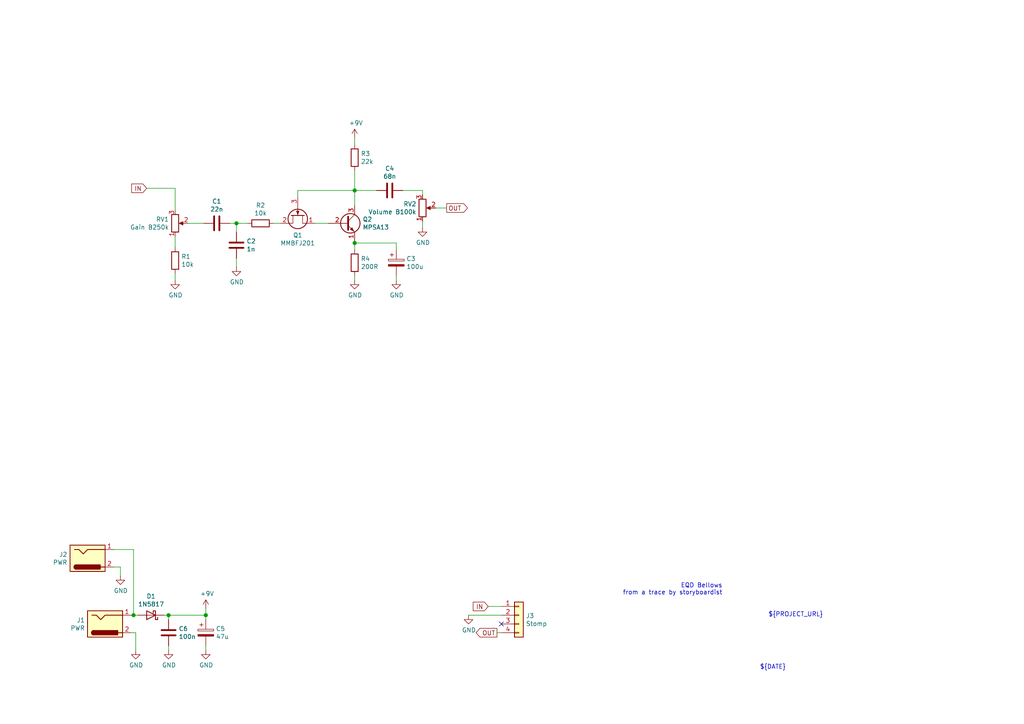
<source format=kicad_sch>
(kicad_sch (version 20200714) (host eeschema "(5.99.0-2514-g93e326803)")
  (page 0 1)
  (paper "A4")
  (lib_symbols
    (symbol "Connector_Generic:Conn_01x04" (pin_names hide)
      (property "Reference" "J" (at 0 5.08 0))
      (property "Value" "Conn_01x04" (at 0 -7.62 0))
      (symbol "Conn_01x04_1_1"
        (rectangle (start -1.27 -4.953) (end 0 -5.207) (stroke (width 0.1524)))
        (rectangle (start -1.27 -2.413) (end 0 -2.667) (stroke (width 0.1524)))
        (rectangle (start -1.27 2.667) (end 0 2.413) (stroke (width 0.1524)))
        (rectangle (start -1.27 3.81) (end 1.27 -6.35) (stroke (width 0.254)) (fill (type background)))
        (rectangle (start -1.27 0.127) (end 0 -0.127) (stroke (width 0.1524)))
        (pin passive line (at -5.08 2.54 0) (length 3.81) (name "Pin_1") (number "1"))
        (pin passive line (at -5.08 0 0) (length 3.81) (name "Pin_2") (number "2"))
        (pin passive line (at -5.08 -2.54 0) (length 3.81) (name "Pin_3") (number "3"))
        (pin passive line (at -5.08 -5.08 0) (length 3.81) (name "Pin_4") (number "4"))
      )
    )
    (symbol "Device:C" (pin_numbers hide) (pin_names (offset 0.254))
      (property "Reference" "C" (at 0.635 2.54 0))
      (property "Value" "C" (at 0.635 -2.54 0))
      (symbol "C_0_1"
        (polyline (pts (xy -2.032 -0.762) (xy 2.032 -0.762)) (stroke (width 0.508)))
        (polyline (pts (xy -2.032 0.762) (xy 2.032 0.762)) (stroke (width 0.508)))
      )
      (symbol "C_1_1"
        (pin passive line (at 0 3.81 270) (length 2.794) (name "~") (number "1"))
        (pin passive line (at 0 -3.81 90) (length 2.794) (name "~") (number "2"))
      )
    )
    (symbol "Device:CP" (pin_numbers hide) (pin_names (offset 0.254))
      (property "Reference" "C" (at 0.635 2.54 0))
      (property "Value" "CP" (at 0.635 -2.54 0))
      (symbol "CP_0_1"
        (rectangle (start -2.286 0.508) (end 2.286 1.016))
        (rectangle (start 2.286 -0.508) (end -2.286 -1.016) (fill (type outline)))
        (polyline (pts (xy -1.778 2.286) (xy -0.762 2.286)))
        (polyline (pts (xy -1.27 2.794) (xy -1.27 1.778)))
      )
      (symbol "CP_1_1"
        (pin passive line (at 0 3.81 270) (length 2.794) (name "~") (number "1"))
        (pin passive line (at 0 -3.81 90) (length 2.794) (name "~") (number "2"))
      )
    )
    (symbol "Device:R" (pin_numbers hide) (pin_names (offset 0))
      (property "Reference" "R" (at 2.032 0 90))
      (property "Value" "R" (at 0 0 90))
      (symbol "R_0_1"
        (rectangle (start -1.016 -2.54) (end 1.016 2.54) (stroke (width 0.254)))
      )
      (symbol "R_1_1"
        (pin passive line (at 0 3.81 270) (length 1.27) (name "~") (number "1"))
        (pin passive line (at 0 -3.81 90) (length 1.27) (name "~") (number "2"))
      )
    )
    (symbol "Device:R_POT" (pin_names hide)
      (property "Reference" "RV" (at -4.445 0 90))
      (property "Value" "R_POT" (at -2.54 0 90))
      (symbol "R_POT_0_1"
        (rectangle (start 1.016 2.54) (end -1.016 -2.54) (stroke (width 0.254)))
        (polyline (pts (xy 2.54 0) (xy 1.524 0)))
        (polyline (pts (xy 1.143 0) (xy 2.286 0.508) (xy 2.286 -0.508) (xy 1.143 0)) (fill (type outline)))
      )
      (symbol "R_POT_1_1"
        (pin passive line (at 0 3.81 270) (length 1.27) (name "1") (number "1"))
        (pin passive line (at 3.81 0 180) (length 1.27) (name "2") (number "2"))
        (pin passive line (at 0 -3.81 90) (length 1.27) (name "3") (number "3"))
      )
    )
    (symbol "Diode:1N5817" (pin_numbers hide) (pin_names hide)
      (property "Reference" "D" (at 0 2.54 0))
      (property "Value" "1N5817" (at 0 -2.54 0))
      (symbol "1N5817_0_1"
        (polyline (pts (xy 1.27 0) (xy -1.27 0)))
        (polyline (pts (xy 1.27 1.27) (xy 1.27 -1.27) (xy -1.27 0) (xy 1.27 1.27)) (stroke (width 0.254)))
        (polyline (pts (xy -1.905 0.635) (xy -1.905 1.27) (xy -1.27 1.27) (xy -1.27 -1.27) (xy -0.635 -1.27) (xy -0.635 -0.635)) (stroke (width 0.254)))
      )
      (symbol "1N5817_1_1"
        (pin passive line (at -3.81 0 0) (length 2.54) (name "K") (number "1"))
        (pin passive line (at 3.81 0 180) (length 2.54) (name "A") (number "2"))
      )
    )
    (symbol "Transistor_BJT:MPSA42" (pin_names hide)
      (property "Reference" "Q" (at 5.08 1.905 0))
      (property "Value" "MPSA42" (at 5.08 0 0))
      (symbol "MPSA42_0_1"
        (circle (center 1.27 0) (radius 2.8194) (stroke (width 0.254)))
        (polyline (pts (xy 0 0) (xy 0.635 0)))
        (polyline (pts (xy 0.635 0.635) (xy 2.54 2.54)))
        (polyline (pts (xy 0.635 -0.635) (xy 2.54 -2.54) (xy 2.54 -2.54)))
        (polyline (pts (xy 0.635 1.905) (xy 0.635 -1.905) (xy 0.635 -1.905)) (stroke (width 0.508)))
        (polyline (pts (xy 1.27 -1.778) (xy 1.778 -1.27) (xy 2.286 -2.286) (xy 1.27 -1.778) (xy 1.27 -1.778)) (fill (type outline)))
      )
      (symbol "MPSA42_1_1"
        (pin passive line (at 2.54 -5.08 90) (length 2.54) (name "E") (number "1"))
        (pin input line (at -5.08 0 0) (length 5.08) (name "B") (number "2"))
        (pin passive line (at 2.54 5.08 270) (length 2.54) (name "C") (number "3"))
      )
    )
    (symbol "power:+9V" (power) (pin_names (offset 0))
      (property "Value" "+9V" (at 0 3.556 0))
      (symbol "+9V_0_1"
        (polyline (pts (xy -0.762 1.27) (xy 0 2.54)))
        (polyline (pts (xy 0 0) (xy 0 2.54)))
        (polyline (pts (xy 0 2.54) (xy 0.762 1.27)))
      )
      (symbol "+9V_1_1"
        (pin power_in line (at 0 0 90) (length 0) hide (name "+9V") (number "1"))
      )
    )
    (symbol "power:GND" (power) (pin_names (offset 0))
      (property "Value" "GND" (at 0 -3.81 0))
      (symbol "GND_0_1"
        (polyline (pts (xy 0 0) (xy 0 -1.27) (xy 1.27 -1.27) (xy 0 -2.54) (xy -1.27 -1.27) (xy 0 -1.27)))
      )
      (symbol "GND_1_1"
        (pin power_in line (at 0 0 270) (length 0) hide (name "GND") (number "1"))
      )
    )
    (symbol "rockola_symbols:MMBFJ201" (pin_names (offset 0.508) hide)
      (property "Reference" "Q" (at 5.08 1.905 0))
      (property "Value" "MMBFJ201" (at 5.08 0 0))
      (symbol "MMBFJ201_0_1"
        (circle (center 1.27 0) (radius 2.8194) (stroke (width 0.254)))
        (polyline (pts (xy 0.254 0) (xy -2.54 0)))
        (polyline (pts (xy 0.254 1.905) (xy 0.254 -1.905)) (stroke (width 0.254)))
        (polyline (pts (xy 2.54 -2.54) (xy 2.54 -1.397) (xy 0.254 -1.397)))
        (polyline (pts (xy 2.54 2.54) (xy 2.54 1.397) (xy 0.254 1.397)))
        (polyline (pts (xy 0 0) (xy -1.016 0.381) (xy -1.016 -0.381) (xy 0 0)) (fill (type outline)))
      )
      (symbol "MMBFJ201_1_1"
        (pin passive line (at 2.54 5.08 270) (length 2.54) (name "D") (number "1"))
        (pin passive line (at 2.54 -5.08 90) (length 2.54) (name "S") (number "2"))
        (pin input line (at -5.08 0 0) (length 2.54) (name "G") (number "3"))
      )
    )
    (symbol "rockola_symbols:Power_Pedal_BarrelJack"
      (property "Reference" "J" (at 0 5.334 0))
      (property "Value" "Power_Pedal_BarrelJack" (at 0 -5.08 0))
      (symbol "Power_Pedal_BarrelJack_0_1"
        (arc (start -3.302 3.175) (end -3.302 1.905) (radius (at -3.302 2.54) (length 0.635) (angles 90.1 -90.1)) (stroke (width 0.254)) (fill (type outline)))
        (arc (start -3.302 3.175) (end -3.302 1.905) (radius (at -3.302 2.54) (length 0.635) (angles 90.1 -90.1)) (stroke (width 0.254)))
        (rectangle (start -5.08 3.81) (end 5.08 -3.81) (stroke (width 0.254)) (fill (type background)))
        (rectangle (start 3.683 3.175) (end -3.302 1.905) (stroke (width 0.254)) (fill (type outline)))
        (polyline (pts (xy 5.08 2.54) (xy 3.81 2.54)) (stroke (width 0.254)))
        (polyline (pts (xy -3.81 -2.54) (xy -2.54 -2.54) (xy -1.27 -1.27) (xy 0 -2.54) (xy 2.54 -2.54) (xy 5.08 -2.54)) (stroke (width 0.254)))
      )
      (symbol "Power_Pedal_BarrelJack_1_1"
        (pin passive line (at 7.62 2.54 180) (length 2.54) (name "~") (number "2"))
        (pin passive line (at 7.62 -2.54 180) (length 2.54) (name "~") (number "1"))
      )
    )
  )
  (junction (at 38.735 178.435) (diameter 1.016))
  (junction (at 48.895 178.435) (diameter 1.016))
  (junction (at 59.69 178.435) (diameter 1.016))
  (junction (at 68.58 64.77) (diameter 1.016))
  (junction (at 102.87 55.245) (diameter 1.016))
  (junction (at 102.87 70.485) (diameter 1.016))
  (no_connect (at 145.415 180.975))
  (wire (pts (xy 33.02 159.385) (xy 38.735 159.385)))
  (wire (pts (xy 33.02 164.465) (xy 34.925 164.465)))
  (wire (pts (xy 34.925 164.465) (xy 34.925 167.005)))
  (wire (pts (xy 38.735 159.385) (xy 38.735 178.435)))
  (wire (pts (xy 38.735 178.435) (xy 38.1 178.435)))
  (wire (pts (xy 39.37 183.515) (xy 38.1 183.515)))
  (wire (pts (xy 39.37 188.595) (xy 39.37 183.515)))
  (wire (pts (xy 40.005 178.435) (xy 38.735 178.435)))
  (wire (pts (xy 47.625 178.435) (xy 48.895 178.435)))
  (wire (pts (xy 48.895 178.435) (xy 48.895 179.705)))
  (wire (pts (xy 48.895 178.435) (xy 59.69 178.435)))
  (wire (pts (xy 48.895 187.325) (xy 48.895 188.595)))
  (wire (pts (xy 50.8 54.61) (xy 42.545 54.61)))
  (wire (pts (xy 50.8 60.96) (xy 50.8 54.61)))
  (wire (pts (xy 50.8 68.58) (xy 50.8 71.755)))
  (wire (pts (xy 50.8 79.375) (xy 50.8 81.28)))
  (wire (pts (xy 54.61 64.77) (xy 59.055 64.77)))
  (wire (pts (xy 59.69 178.435) (xy 59.69 176.53)))
  (wire (pts (xy 59.69 178.435) (xy 59.69 179.705)))
  (wire (pts (xy 59.69 187.325) (xy 59.69 188.595)))
  (wire (pts (xy 68.58 64.77) (xy 66.675 64.77)))
  (wire (pts (xy 68.58 64.77) (xy 71.755 64.77)))
  (wire (pts (xy 68.58 67.31) (xy 68.58 64.77)))
  (wire (pts (xy 68.58 74.93) (xy 68.58 77.47)))
  (wire (pts (xy 79.375 64.77) (xy 81.28 64.77)))
  (wire (pts (xy 86.36 55.245) (xy 102.87 55.245)))
  (wire (pts (xy 86.36 57.15) (xy 86.36 55.245)))
  (wire (pts (xy 91.44 64.77) (xy 95.25 64.77)))
  (wire (pts (xy 102.87 40.005) (xy 102.87 41.91)))
  (wire (pts (xy 102.87 49.53) (xy 102.87 55.245)))
  (wire (pts (xy 102.87 55.245) (xy 102.87 59.69)))
  (wire (pts (xy 102.87 55.245) (xy 109.22 55.245)))
  (wire (pts (xy 102.87 69.85) (xy 102.87 70.485)))
  (wire (pts (xy 102.87 70.485) (xy 102.87 72.39)))
  (wire (pts (xy 102.87 80.01) (xy 102.87 81.28)))
  (wire (pts (xy 114.935 70.485) (xy 102.87 70.485)))
  (wire (pts (xy 114.935 72.39) (xy 114.935 70.485)))
  (wire (pts (xy 114.935 80.01) (xy 114.935 81.28)))
  (wire (pts (xy 122.555 55.245) (xy 116.84 55.245)))
  (wire (pts (xy 122.555 56.515) (xy 122.555 55.245)))
  (wire (pts (xy 122.555 64.135) (xy 122.555 66.04)))
  (wire (pts (xy 126.365 60.325) (xy 129.54 60.325)))
  (wire (pts (xy 135.89 178.435) (xy 145.415 178.435)))
  (wire (pts (xy 141.605 175.895) (xy 145.415 175.895)))
  (wire (pts (xy 144.145 183.515) (xy 145.415 183.515)))
  (text "EQD Bellows\nfrom a trace by storyboardist" (at 209.55 172.72 180) (effects (font (size 1.27 1.27)) (justify right bottom)))
  (text "${DATE}" (at 227.965 194.31 180) (effects (font (size 1.27 1.27)) (justify right bottom)))
  (text "${TITLE}" (at 229.87 191.135 180) (effects (font (size 2 2)) (justify right bottom)))
  (text "${PROJECT_URL}\n" (at 238.76 179.07 180) (effects (font (size 1.27 1.27)) (justify right bottom)))
  (text "${REVISION}" (at 281.305 194.31 180) (effects (font (size 1.27 1.27)) (justify right bottom)))
  (global_label "IN" (shape input) (at 42.545 54.61 180))
  (global_label "OUT" (shape output) (at 129.54 60.325 0))
  (global_label "IN" (shape input) (at 141.605 175.895 180))
  (global_label "OUT" (shape output) (at 144.145 183.515 180))
  (symbol (lib_id "power:+9V") (at 59.69 176.53 0) (unit 1)
    (property "Reference" "#PWR0109" (effects hide))
    (property "Value" "+9V" (at 60.0583 172.2056 0))
  )
  (symbol (lib_id "power:+9V") (at 102.87 40.005 0) (unit 1)
    (property "Reference" "#PWR0103" (effects hide))
    (property "Value" "+9V" (at 103.2383 35.6806 0))
  )
  (symbol (lib_id "power:GND") (at 34.925 167.005 0) (unit 1)
    (property "Reference" "#PWR0108" (effects hide))
    (property "Value" "GND" (at 35.0393 171.3294 0))
  )
  (symbol (lib_id "power:GND") (at 39.37 188.595 0) (unit 1)
    (property "Reference" "#PWR0112" (effects hide))
    (property "Value" "GND" (at 39.4843 192.9194 0))
  )
  (symbol (lib_id "power:GND") (at 48.895 188.595 0) (unit 1)
    (property "Reference" "#PWR0111" (effects hide))
    (property "Value" "GND" (at 49.0093 192.9194 0))
  )
  (symbol (lib_id "power:GND") (at 50.8 81.28 0) (unit 1)
    (property "Reference" "#PWR0101" (effects hide))
    (property "Value" "GND" (at 50.9143 85.6044 0))
  )
  (symbol (lib_id "power:GND") (at 59.69 188.595 0) (unit 1)
    (property "Reference" "#PWR0110" (effects hide))
    (property "Value" "GND" (at 59.8043 192.9194 0))
  )
  (symbol (lib_id "power:GND") (at 68.58 77.47 0) (unit 1)
    (property "Reference" "#PWR0102" (effects hide))
    (property "Value" "GND" (at 68.6943 81.7944 0))
  )
  (symbol (lib_id "power:GND") (at 102.87 81.28 0) (unit 1)
    (property "Reference" "#PWR0104" (effects hide))
    (property "Value" "GND" (at 102.9843 85.6044 0))
  )
  (symbol (lib_id "power:GND") (at 114.935 81.28 0) (unit 1)
    (property "Reference" "#PWR0105" (effects hide))
    (property "Value" "GND" (at 115.0493 85.6044 0))
  )
  (symbol (lib_id "power:GND") (at 122.555 66.04 0) (unit 1)
    (property "Reference" "#PWR0106" (effects hide))
    (property "Value" "GND" (at 122.6693 70.3644 0))
  )
  (symbol (lib_id "power:GND") (at 135.89 178.435 0) (unit 1)
    (property "Reference" "#PWR0107" (effects hide))
    (property "Value" "GND" (at 136.0043 182.7594 0))
  )
  (symbol (lib_id "Device:R") (at 50.8 75.565 0) (unit 1)
    (property "Reference" "R1" (at 52.5781 74.4156 0) (effects (justify left)))
    (property "Value" "10k" (at 52.5781 76.7143 0) (effects (justify left)))
    (property "Footprint" "rockola_kicad_footprints:R_DIN0207" (effects hide))
  )
  (symbol (lib_id "Device:R") (at 75.565 64.77 90) (unit 1)
    (property "Reference" "R2" (at 75.565 59.5438 90))
    (property "Value" "10k" (at 75.565 61.8425 90))
    (property "Footprint" "rockola_kicad_footprints:R_DIN0207" (effects hide))
  )
  (symbol (lib_id "Device:R") (at 102.87 45.72 0) (unit 1)
    (property "Reference" "R3" (at 104.6481 44.5706 0) (effects (justify left)))
    (property "Value" "22k" (at 104.6481 46.8693 0) (effects (justify left)))
    (property "Footprint" "rockola_kicad_footprints:R_DIN0207" (effects hide))
  )
  (symbol (lib_id "Device:R") (at 102.87 76.2 0) (unit 1)
    (property "Reference" "R4" (at 104.6481 75.0506 0) (effects (justify left)))
    (property "Value" "200R" (at 104.6481 77.3493 0) (effects (justify left)))
    (property "Footprint" "rockola_kicad_footprints:R_DIN0207" (effects hide))
  )
  (symbol (lib_id "Diode:1N5817") (at 43.815 178.435 180) (unit 1)
    (property "Reference" "D1" (at 43.815 172.9548 0))
    (property "Value" "1N5817" (at 43.815 175.2535 0))
    (property "Footprint" "Diode_THT:D_DO-41_SOD81_P10.16mm_Horizontal" (effects hide))
    (property "Datasheet" "http://www.vishay.com/docs/88525/1n5817.pdf" (effects hide))
  )
  (symbol (lib_id "Device:C") (at 48.895 183.515 180) (unit 1)
    (property "Reference" "C6" (at 51.816 182.366 0) (effects (justify right)))
    (property "Value" "100n" (at 51.8161 184.6643 0) (effects (justify right)))
    (property "Footprint" "rockola_kicad_footprints:C_Box_7.2_2.5" (effects hide))
  )
  (symbol (lib_id "Device:CP") (at 59.69 183.515 0) (unit 1)
    (property "Reference" "C5" (at 62.6111 182.3656 0) (effects (justify left)))
    (property "Value" "47u" (at 62.6111 184.6643 0) (effects (justify left)))
    (property "Footprint" "rockola_kicad_footprints:CP_D5.0_P2.50" (effects hide))
  )
  (symbol (lib_id "Device:C") (at 62.865 64.77 90) (unit 1)
    (property "Reference" "C1" (at 62.865 58.4008 90))
    (property "Value" "22n" (at 62.865 60.6995 90))
    (property "Footprint" "rockola_kicad_footprints:C_Box_7.2_2.5" (effects hide))
  )
  (symbol (lib_id "Device:C") (at 68.58 71.12 0) (unit 1)
    (property "Reference" "C2" (at 71.5011 69.9706 0) (effects (justify left)))
    (property "Value" "1n" (at 71.5011 72.2693 0) (effects (justify left)))
    (property "Footprint" "rockola_kicad_footprints:C_Box_7.2_2.5" (effects hide))
  )
  (symbol (lib_id "Device:C") (at 113.03 55.245 90) (unit 1)
    (property "Reference" "C4" (at 113.03 48.8758 90))
    (property "Value" "68n" (at 113.03 51.1745 90))
    (property "Footprint" "rockola_kicad_footprints:C_Box_7.2_2.5" (effects hide))
  )
  (symbol (lib_id "Device:CP") (at 114.935 76.2 0) (unit 1)
    (property "Reference" "C3" (at 117.8561 75.0506 0) (effects (justify left)))
    (property "Value" "100u" (at 117.8561 77.3493 0) (effects (justify left)))
    (property "Footprint" "rockola_kicad_footprints:CP_D6.3_P2.50" (effects hide))
  )
  (symbol (lib_id "Device:R_POT") (at 50.8 64.77 0) (mirror x) (unit 1)
    (property "Reference" "RV1" (at 49.022 63.6206 0) (effects (justify right)))
    (property "Value" "Gain B250k" (at 49.022 65.9193 0) (effects (justify right)))
    (property "Footprint" "potentiometers:9MM_METAL_SHAFT" (effects hide))
  )
  (symbol (lib_id "Device:R_POT") (at 122.555 60.325 0) (mirror x) (unit 1)
    (property "Reference" "RV2" (at 120.777 59.1756 0) (effects (justify right)))
    (property "Value" "Volume B100k" (at 120.777 61.4743 0) (effects (justify right)))
    (property "Footprint" "potentiometers:9MM_METAL_SHAFT" (effects hide))
  )
  (symbol (lib_id "Connector_Generic:Conn_01x04") (at 150.495 178.435 0) (unit 1)
    (property "Reference" "J3" (at 152.5271 178.6064 0) (effects (justify left)))
    (property "Value" "Stomp" (at 152.5271 180.9051 0) (effects (justify left)))
    (property "Footprint" "rockola_kicad_footprints:Stomp_4pin" (effects hide))
  )
  (symbol (lib_id "rockola_symbols:Power_Pedal_BarrelJack") (at 25.4 161.925 0) (mirror x) (unit 1)
    (property "Reference" "J2" (at 19.5579 160.8264 0) (effects (justify right)))
    (property "Value" "PWR" (at 19.5579 163.1251 0) (effects (justify right)))
    (property "Footprint" "rockola_kicad_footprints:Power_Header_2pin_TOP" (effects hide))
  )
  (symbol (lib_id "rockola_symbols:Power_Pedal_BarrelJack") (at 30.48 180.975 0) (mirror x) (unit 1)
    (property "Reference" "J1" (at 24.6379 179.8764 0) (effects (justify right)))
    (property "Value" "PWR" (at 24.6379 182.1751 0) (effects (justify right)))
    (property "Footprint" "rockola_kicad_footprints:Power_Header_2pin" (effects hide))
  )
  (symbol (lib_id "rockola_symbols:MMBFJ201") (at 86.36 62.23 270) (unit 1)
    (property "Reference" "Q1" (at 86.36 68.2308 90))
    (property "Value" "MMBFJ201" (at 86.36 70.5295 90))
    (property "Footprint" "Package_TO_SOT_SMD:SOT-23" (effects hide))
    (property "Datasheet" "http://www.experimentalistsanonymous.com/diy/Datasheets/J201.pdf" (effects hide))
  )
  (symbol (lib_id "Transistor_BJT:MPSA42") (at 100.33 64.77 0) (unit 1)
    (property "Reference" "Q2" (at 105.1815 63.6206 0) (effects (justify left)))
    (property "Value" "MPSA13" (at 105.1815 65.9193 0) (effects (justify left)))
    (property "Footprint" "Package_TO_SOT_THT:TO-92_Inline_Wide" (effects hide))
  )
)
</source>
